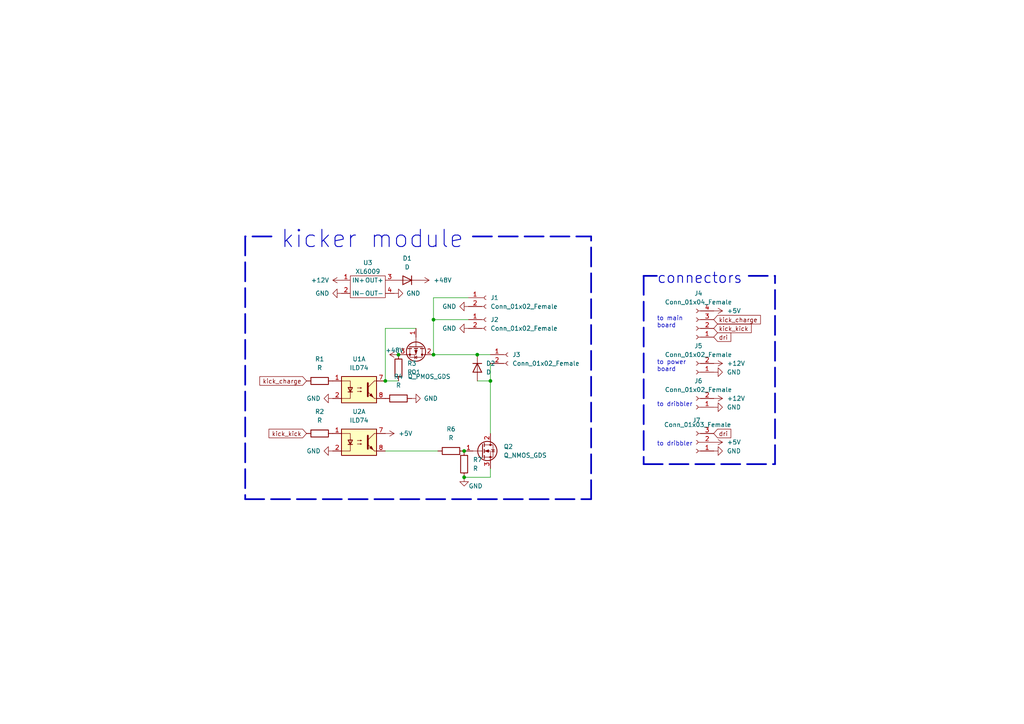
<source format=kicad_sch>
(kicad_sch (version 20211123) (generator eeschema)
  (paper "A4")
  (lib_symbols
    (symbol "Connector:Conn_01x02_Female" (pin_names (offset 1.016) hide)
      (property "Reference" "J" (at 0 2.54 0))
      (property "Value" "Conn_01x02_Female" (at 0 -5.08 0))
      (symbol "Conn_01x02_Female_1_1"
        (arc (start 0 -2.032) (mid -0.508 -2.54) (end 0 -3.048) (stroke (width 0.1524)))
        (polyline (pts (xy -1.27 -2.54) (xy -0.508 -2.54)) (stroke (width 0.1524)))
        (polyline (pts (xy -1.27 0) (xy -0.508 0)) (stroke (width 0.1524)))
        (arc (start 0 0.508) (mid -0.508 0) (end 0 -0.508) (stroke (width 0.1524)))
        (pin passive line (at -5.08 0 0) (length 3.81) (name "Pin_1") (number "1"))
        (pin passive line (at -5.08 -2.54 0) (length 3.81) (name "Pin_2") (number "2"))
      )
    )
    (symbol "Connector:Conn_01x03_Female" (pin_names (offset 1.016) hide)
      (property "Reference" "J" (at 0 5.08 0))
      (property "Value" "Conn_01x03_Female" (at 0 -5.08 0))
      (symbol "Conn_01x03_Female_1_1"
        (arc (start 0 -2.032) (mid -0.508 -2.54) (end 0 -3.048) (stroke (width 0.1524)))
        (polyline (pts (xy -1.27 -2.54) (xy -0.508 -2.54)) (stroke (width 0.1524)))
        (polyline (pts (xy -1.27 0) (xy -0.508 0)) (stroke (width 0.1524)))
        (polyline (pts (xy -1.27 2.54) (xy -0.508 2.54)) (stroke (width 0.1524)))
        (arc (start 0 0.508) (mid -0.508 0) (end 0 -0.508) (stroke (width 0.1524)))
        (arc (start 0 3.048) (mid -0.508 2.54) (end 0 2.032) (stroke (width 0.1524)))
        (pin passive line (at -5.08 2.54 0) (length 3.81) (name "Pin_1") (number "1"))
        (pin passive line (at -5.08 0 0) (length 3.81) (name "Pin_2") (number "2"))
        (pin passive line (at -5.08 -2.54 0) (length 3.81) (name "Pin_3") (number "3"))
      )
    )
    (symbol "Connector:Conn_01x04_Female" (pin_names (offset 1.016) hide)
      (property "Reference" "J" (at 0 5.08 0))
      (property "Value" "Conn_01x04_Female" (at 0 -7.62 0))
      (symbol "Conn_01x04_Female_1_1"
        (arc (start 0 -4.572) (mid -0.508 -5.08) (end 0 -5.588) (stroke (width 0.1524)))
        (arc (start 0 -2.032) (mid -0.508 -2.54) (end 0 -3.048) (stroke (width 0.1524)))
        (polyline (pts (xy -1.27 -5.08) (xy -0.508 -5.08)) (stroke (width 0.1524)))
        (polyline (pts (xy -1.27 -2.54) (xy -0.508 -2.54)) (stroke (width 0.1524)))
        (polyline (pts (xy -1.27 0) (xy -0.508 0)) (stroke (width 0.1524)))
        (polyline (pts (xy -1.27 2.54) (xy -0.508 2.54)) (stroke (width 0.1524)))
        (arc (start 0 0.508) (mid -0.508 0) (end 0 -0.508) (stroke (width 0.1524)))
        (arc (start 0 3.048) (mid -0.508 2.54) (end 0 2.032) (stroke (width 0.1524)))
        (pin passive line (at -5.08 2.54 0) (length 3.81) (name "Pin_1") (number "1"))
        (pin passive line (at -5.08 0 0) (length 3.81) (name "Pin_2") (number "2"))
        (pin passive line (at -5.08 -2.54 0) (length 3.81) (name "Pin_3") (number "3"))
        (pin passive line (at -5.08 -5.08 0) (length 3.81) (name "Pin_4") (number "4"))
      )
    )
    (symbol "Device:D" (pin_numbers hide) (pin_names (offset 1.016) hide)
      (property "Reference" "D" (at 0 2.54 0))
      (property "Value" "D" (at 0 -2.54 0))
      (symbol "D_0_1"
        (polyline (pts (xy -1.27 1.27) (xy -1.27 -1.27)) (stroke (width 0.254)))
        (polyline (pts (xy 1.27 0) (xy -1.27 0)))
        (polyline (pts (xy 1.27 1.27) (xy 1.27 -1.27) (xy -1.27 0) (xy 1.27 1.27)) (stroke (width 0.254)))
      )
      (symbol "D_1_1"
        (pin passive line (at -3.81 0 0) (length 2.54) (name "K") (number "1"))
        (pin passive line (at 3.81 0 180) (length 2.54) (name "A") (number "2"))
      )
    )
    (symbol "Device:Q_NMOS_GDS" (pin_names (offset 0) hide)
      (property "Reference" "Q" (at 5.08 1.27 0))
      (property "Value" "Q_NMOS_GDS" (at 5.08 -1.27 0))
      (symbol "Q_NMOS_GDS_0_1"
        (polyline (pts (xy 0.254 0) (xy -2.54 0)))
        (polyline (pts (xy 0.254 1.905) (xy 0.254 -1.905)) (stroke (width 0.254)))
        (polyline (pts (xy 0.762 -1.27) (xy 0.762 -2.286)) (stroke (width 0.254)))
        (polyline (pts (xy 0.762 0.508) (xy 0.762 -0.508)) (stroke (width 0.254)))
        (polyline (pts (xy 0.762 2.286) (xy 0.762 1.27)) (stroke (width 0.254)))
        (polyline (pts (xy 2.54 2.54) (xy 2.54 1.778)))
        (polyline (pts (xy 2.54 -2.54) (xy 2.54 0) (xy 0.762 0)))
        (polyline (pts (xy 0.762 -1.778) (xy 3.302 -1.778) (xy 3.302 1.778) (xy 0.762 1.778)))
        (polyline (pts (xy 1.016 0) (xy 2.032 0.381) (xy 2.032 -0.381) (xy 1.016 0)) (fill (type outline)))
        (polyline (pts (xy 2.794 0.508) (xy 2.921 0.381) (xy 3.683 0.381) (xy 3.81 0.254)))
        (polyline (pts (xy 3.302 0.381) (xy 2.921 -0.254) (xy 3.683 -0.254) (xy 3.302 0.381)))
        (circle (center 1.651 0) (radius 2.794) (stroke (width 0.254)))
        (circle (center 2.54 -1.778) (radius 0.254) (fill (type outline)))
        (circle (center 2.54 1.778) (radius 0.254) (fill (type outline)))
      )
      (symbol "Q_NMOS_GDS_1_1"
        (pin input line (at -5.08 0 0) (length 2.54) (name "G") (number "1"))
        (pin passive line (at 2.54 5.08 270) (length 2.54) (name "D") (number "2"))
        (pin passive line (at 2.54 -5.08 90) (length 2.54) (name "S") (number "3"))
      )
    )
    (symbol "Device:Q_PMOS_GDS" (pin_names (offset 0) hide)
      (property "Reference" "Q" (at 5.08 1.27 0))
      (property "Value" "Q_PMOS_GDS" (at 5.08 -1.27 0))
      (symbol "Q_PMOS_GDS_0_1"
        (polyline (pts (xy 0.254 0) (xy -2.54 0)))
        (polyline (pts (xy 0.254 1.905) (xy 0.254 -1.905)) (stroke (width 0.254)))
        (polyline (pts (xy 0.762 -1.27) (xy 0.762 -2.286)) (stroke (width 0.254)))
        (polyline (pts (xy 0.762 0.508) (xy 0.762 -0.508)) (stroke (width 0.254)))
        (polyline (pts (xy 0.762 2.286) (xy 0.762 1.27)) (stroke (width 0.254)))
        (polyline (pts (xy 2.54 2.54) (xy 2.54 1.778)))
        (polyline (pts (xy 2.54 -2.54) (xy 2.54 0) (xy 0.762 0)))
        (polyline (pts (xy 0.762 1.778) (xy 3.302 1.778) (xy 3.302 -1.778) (xy 0.762 -1.778)))
        (polyline (pts (xy 2.286 0) (xy 1.27 0.381) (xy 1.27 -0.381) (xy 2.286 0)) (fill (type outline)))
        (polyline (pts (xy 2.794 -0.508) (xy 2.921 -0.381) (xy 3.683 -0.381) (xy 3.81 -0.254)))
        (polyline (pts (xy 3.302 -0.381) (xy 2.921 0.254) (xy 3.683 0.254) (xy 3.302 -0.381)))
        (circle (center 1.651 0) (radius 2.794) (stroke (width 0.254)))
        (circle (center 2.54 -1.778) (radius 0.254) (fill (type outline)))
        (circle (center 2.54 1.778) (radius 0.254) (fill (type outline)))
      )
      (symbol "Q_PMOS_GDS_1_1"
        (pin input line (at -5.08 0 0) (length 2.54) (name "G") (number "1"))
        (pin passive line (at 2.54 5.08 270) (length 2.54) (name "D") (number "2"))
        (pin passive line (at 2.54 -5.08 90) (length 2.54) (name "S") (number "3"))
      )
    )
    (symbol "Device:R" (pin_numbers hide) (pin_names (offset 0))
      (property "Reference" "R" (at 2.032 0 90))
      (property "Value" "R" (at 0 0 90))
      (symbol "R_0_1"
        (rectangle (start -1.016 -2.54) (end 1.016 2.54) (stroke (width 0.254)))
      )
      (symbol "R_1_1"
        (pin passive line (at 0 3.81 270) (length 1.27) (name "~") (number "1"))
        (pin passive line (at 0 -3.81 90) (length 1.27) (name "~") (number "2"))
      )
    )
    (symbol "Isolator:ILD74" (pin_names (offset 1.016))
      (property "Reference" "U" (at -5.08 5.08 0))
      (property "Value" "ILD74" (at 0 5.08 0))
      (symbol "ILD74_0_1"
        (rectangle (start -5.08 3.81) (end 5.08 -3.81) (stroke (width 0.254)) (fill (type background)))
        (polyline (pts (xy -3.175 -0.635) (xy -1.905 -0.635)) (stroke (width 0.254)))
        (polyline (pts (xy 2.54 0.635) (xy 4.445 2.54)))
        (polyline (pts (xy 4.445 -2.54) (xy 2.54 -0.635)) (fill (type outline)))
        (polyline (pts (xy 4.445 -2.54) (xy 5.08 -2.54)))
        (polyline (pts (xy 4.445 2.54) (xy 5.08 2.54)))
        (polyline (pts (xy -5.08 2.54) (xy -2.54 2.54) (xy -2.54 0.635)))
        (polyline (pts (xy 2.54 1.905) (xy 2.54 -1.905) (xy 2.54 -1.905)) (stroke (width 0.508)))
        (polyline (pts (xy -2.54 -0.635) (xy -3.175 0.635) (xy -1.905 0.635) (xy -2.54 -0.635)) (stroke (width 0.254)))
        (polyline (pts (xy -2.54 -0.635) (xy -2.54 1.27) (xy -2.54 -2.54) (xy -5.08 -2.54)))
        (polyline (pts (xy -0.508 -0.508) (xy 0.762 -0.508) (xy 0.381 -0.635) (xy 0.381 -0.381) (xy 0.762 -0.508)))
        (polyline (pts (xy -0.508 0.508) (xy 0.762 0.508) (xy 0.381 0.381) (xy 0.381 0.635) (xy 0.762 0.508)))
        (polyline (pts (xy 3.048 -1.651) (xy 3.556 -1.143) (xy 4.064 -2.159) (xy 3.048 -1.651) (xy 3.048 -1.651)) (fill (type outline)))
      )
      (symbol "ILD74_1_1"
        (pin passive line (at -7.62 2.54 0) (length 2.54) (name "~") (number "1"))
        (pin passive line (at -7.62 -2.54 0) (length 2.54) (name "~") (number "2"))
        (pin passive line (at 7.62 2.54 180) (length 2.54) (name "~") (number "7"))
        (pin passive line (at 7.62 -2.54 180) (length 2.54) (name "~") (number "8"))
      )
      (symbol "ILD74_2_1"
        (pin passive line (at -7.62 -2.54 0) (length 2.54) (name "~") (number "3"))
        (pin passive line (at -7.62 2.54 0) (length 2.54) (name "~") (number "4"))
        (pin passive line (at 7.62 -2.54 180) (length 2.54) (name "~") (number "5"))
        (pin passive line (at 7.62 2.54 180) (length 2.54) (name "~") (number "6"))
      )
    )
    (symbol "XL6009:XL6009"
      (property "Reference" "U" (at 0 1.27 0))
      (property "Value" "XL6009" (at 0 -1.27 0))
      (symbol "XL6009_0_1"
        (rectangle (start -5.08 -2.54) (end 5.08 -8.89))
        (rectangle (start 19.05 6.35) (end 19.05 6.35))
      )
      (symbol "XL6009_1_1"
        (pin input line (at -7.62 -3.81 0) (length 2.54) (name "IN+") (number "1"))
        (pin input line (at -7.62 -7.62 0) (length 2.54) (name "IN-") (number "2"))
        (pin input line (at 7.62 -3.81 180) (length 2.54) (name "OUT+") (number "3"))
        (pin input line (at 7.62 -7.62 180) (length 2.54) (name "OUT-") (number "4"))
      )
    )
    (symbol "power:+12V" (power) (pin_names (offset 0))
      (property "Value" "+12V" (at 0 3.556 0))
      (symbol "+12V_0_1"
        (polyline (pts (xy -0.762 1.27) (xy 0 2.54)))
        (polyline (pts (xy 0 0) (xy 0 2.54)))
        (polyline (pts (xy 0 2.54) (xy 0.762 1.27)))
      )
      (symbol "+12V_1_1"
        (pin power_in line (at 0 0 90) (length 0) hide (name "+12V") (number "1"))
      )
    )
    (symbol "power:+48V" (power) (pin_names (offset 0))
      (property "Value" "+48V" (at 0 3.556 0))
      (symbol "+48V_0_1"
        (polyline (pts (xy -0.762 1.27) (xy 0 2.54)))
        (polyline (pts (xy 0 0) (xy 0 2.54)))
        (polyline (pts (xy 0 2.54) (xy 0.762 1.27)))
      )
      (symbol "+48V_1_1"
        (pin power_in line (at 0 0 90) (length 0) hide (name "+48V") (number "1"))
      )
    )
    (symbol "power:+5V" (power) (pin_names (offset 0))
      (property "Value" "+5V" (at 0 3.556 0))
      (symbol "+5V_0_1"
        (polyline (pts (xy -0.762 1.27) (xy 0 2.54)))
        (polyline (pts (xy 0 0) (xy 0 2.54)))
        (polyline (pts (xy 0 2.54) (xy 0.762 1.27)))
      )
      (symbol "+5V_1_1"
        (pin power_in line (at 0 0 90) (length 0) hide (name "+5V") (number "1"))
      )
    )
    (symbol "power:GND" (power) (pin_names (offset 0))
      (property "Value" "GND" (at 0 -3.81 0))
      (symbol "GND_0_1"
        (polyline (pts (xy 0 0) (xy 0 -1.27) (xy 1.27 -1.27) (xy 0 -2.54) (xy -1.27 -1.27) (xy 0 -1.27)))
      )
      (symbol "GND_1_1"
        (pin power_in line (at 0 0 270) (length 0) hide (name "GND") (number "1"))
      )
    )
  )
  (junction (at 111.76 110.49))
  (junction (at 125.73 102.87))
  (junction (at 138.43 102.87))
  (junction (at 134.62 138.43))
  (junction (at 142.24 110.49))
  (junction (at 115.57 102.87))
  (junction (at 134.62 130.81))
  (junction (at 125.73 92.71))
  (wire (pts (xy 125.73 92.71) (xy 125.73 102.87)))
  (wire (pts (xy 111.76 95.25) (xy 111.76 110.49)))
  (wire (pts (xy 127 130.81) (xy 111.76 130.81)))
  (polyline (pts (xy 137.16 68.58) (xy 171.45 68.58)) (stroke (width 0.5)))
  (polyline (pts (xy 186.69 80.01) (xy 186.69 134.62)) (stroke (width 0.5)))
  (wire (pts (xy 142.24 125.73) (xy 142.24 110.49)))
  (wire (pts (xy 120.65 95.25) (xy 111.76 95.25)))
  (polyline (pts (xy 224.79 134.62) (xy 224.79 80.01)) (stroke (width 0.5)))
  (polyline (pts (xy 217.17 80.01) (xy 224.79 80.01)) (stroke (width 0.5)))
  (polyline (pts (xy 190.5 80.01) (xy 186.69 80.01)) (stroke (width 0.5)))
  (wire (pts (xy 125.73 92.71) (xy 135.89 92.71)))
  (wire (pts (xy 142.24 110.49) (xy 142.24 105.41)))
  (wire (pts (xy 138.43 110.49) (xy 142.24 110.49)))
  (polyline (pts (xy 71.12 68.58) (xy 71.12 144.78)) (stroke (width 0.5)))
  (wire (pts (xy 135.89 86.36) (xy 125.73 86.36)))
  (wire (pts (xy 125.73 86.36) (xy 125.73 92.71)))
  (wire (pts (xy 115.57 110.49) (xy 111.76 110.49)))
  (polyline (pts (xy 186.69 134.62) (xy 224.79 134.62)) (stroke (width 0.5)))
  (wire (pts (xy 142.24 102.87) (xy 138.43 102.87)))
  (wire (pts (xy 138.43 102.87) (xy 125.73 102.87)))
  (polyline (pts (xy 71.12 144.78) (xy 171.45 144.78)) (stroke (width 0.5)))
  (polyline (pts (xy 171.45 144.78) (xy 171.45 68.58)) (stroke (width 0.5)))
  (wire (pts (xy 142.24 138.43) (xy 142.24 135.89)))
  (wire (pts (xy 134.62 138.43) (xy 142.24 138.43)))
  (polyline (pts (xy 78.74 68.58) (xy 71.12 68.58)) (stroke (width 0.5)))
  (text "to dribbler" (at 190.5 129.54 0) (effects (font (size 1.27 1.27)) (justify left bottom)))
  (text "kicker module" (at 81.28 72.39 0) (effects (font (size 5 5) (thickness 0.254) bold) (justify left bottom)))
  (text "to main\nboard" (at 190.5 95.25 0) (effects (font (size 1.27 1.27)) (justify left bottom)))
  (text "connectors" (at 190.5 82.55 0) (effects (font (size 3 3) (thickness 0.254) bold) (justify left bottom)))
  (text "to dribbler" (at 190.5 118.11 0) (effects (font (size 1.27 1.27)) (justify left bottom)))
  (text "to power\nboard" (at 190.5 107.95 0) (effects (font (size 1.27 1.27)) (justify left bottom)))
  (global_label "kick_charge" (shape input) (at 207.01 92.71 0) (property "Intersheet References" "${INTERSHEET_REFS}" (effects hide)))
  (global_label "kick_kick" (shape input) (at 207.01 95.25 0) (property "Intersheet References" "${INTERSHEET_REFS}" (effects hide)))
  (global_label "dri" (shape input) (at 207.01 125.73 0) (property "Intersheet References" "${INTERSHEET_REFS}" (effects hide)))
  (global_label "kick_kick" (shape input) (at 88.9 125.73 180) (property "Intersheet References" "${INTERSHEET_REFS}" (effects hide)))
  (global_label "dri" (shape input) (at 207.01 97.79 0) (property "Intersheet References" "${INTERSHEET_REFS}" (effects hide)))
  (global_label "kick_charge" (shape input) (at 88.9 110.49 180) (property "Intersheet References" "${INTERSHEET_REFS}" (effects hide)))
  (symbol (lib_id "power:+5V") (at 207.01 128.27 270) (unit 1)
    (property "Reference" "#PWR0114" (effects hide))
    (property "Value" "+5V" (at 210.82 128.2699 90) (effects (justify left)))
  )
  (symbol (lib_id "power:GND") (at 135.89 88.9 270) (unit 1)
    (property "Reference" "#PWR0104" (effects hide))
    (property "Value" "GND" (at 128.27 88.9 90) (effects (justify left)))
  )
  (symbol (lib_id "Device:Q_NMOS_GDS") (at 139.7 130.81 0) (unit 1)
    (property "Reference" "Q2" (at 146.05 129.5399 0) (effects (justify left)))
    (property "Value" "Q_NMOS_GDS" (at 146.05 132.0799 0) (effects (justify left)))
    (property "Footprint" "KiCAD_library:Pch MOSFET" (effects hide))
  )
  (symbol (lib_id "Device:R") (at 92.71 125.73 90) (unit 1)
    (property "Reference" "R2" (at 92.71 119.38 90))
    (property "Value" "R" (at 92.71 121.92 90))
    (property "Footprint" "Resistor_THT:R_Axial_DIN0207_L6.3mm_D2.5mm_P7.62mm_Horizontal" (effects hide))
  )
  (symbol (lib_id "power:GND") (at 207.01 130.81 90) (unit 1)
    (property "Reference" "#PWR0115" (effects hide))
    (property "Value" "GND" (at 210.82 130.8099 90) (effects (justify right)))
  )
  (symbol (lib_id "Device:R") (at 115.57 106.68 180) (unit 1)
    (property "Reference" "R3" (at 118.11 105.4099 0) (effects (justify right)))
    (property "Value" "R" (at 118.11 107.9499 0) (effects (justify right)))
    (property "Footprint" "Resistor_THT:R_Axial_DIN0207_L6.3mm_D2.5mm_P7.62mm_Horizontal" (effects hide))
  )
  (symbol (lib_id "power:GND") (at 207.01 118.11 90) (unit 1)
    (property "Reference" "#PWR0113" (effects hide))
    (property "Value" "GND" (at 210.82 118.1099 90) (effects (justify right)))
  )
  (symbol (lib_id "Device:R") (at 130.81 130.81 90) (unit 1)
    (property "Reference" "R6" (at 130.81 124.46 90))
    (property "Value" "R" (at 130.81 127 90))
    (property "Footprint" "Resistor_THT:R_Axial_DIN0207_L6.3mm_D2.5mm_P7.62mm_Horizontal" (effects hide))
  )
  (symbol (lib_id "power:+12V") (at 207.01 105.41 270) (unit 1)
    (property "Reference" "#PWR0119" (effects hide))
    (property "Value" "+12V" (at 210.82 105.4099 90) (effects (justify left)))
  )
  (symbol (lib_id "power:+5V") (at 207.01 90.17 270) (unit 1)
    (property "Reference" "#PWR0117" (effects hide))
    (property "Value" "+5V" (at 210.82 90.1699 90) (effects (justify left)))
  )
  (symbol (lib_id "Connector:Conn_01x02_Female") (at 140.97 92.71 0) (unit 1)
    (property "Reference" "J2" (at 142.24 92.7099 0) (effects (justify left)))
    (property "Value" "Conn_01x02_Female" (at 142.24 95.2499 0) (effects (justify left)))
    (property "Footprint" "Connector_JST:JST_XH_B2B-XH-A_1x02_P2.50mm_Vertical" (effects hide))
  )
  (symbol (lib_id "power:+48V") (at 121.92 81.28 270) (unit 1)
    (property "Reference" "#PWR0108" (effects hide))
    (property "Value" "+48V" (at 125.73 81.2799 90) (effects (justify left)))
  )
  (symbol (lib_id "power:+5V") (at 111.76 125.73 270) (unit 1)
    (property "Reference" "#PWR0111" (effects hide))
    (property "Value" "+5V" (at 115.57 125.7299 90) (effects (justify left)))
  )
  (symbol (lib_id "Isolator:ILD74") (at 104.14 128.27 0) (unit 1)
    (property "Reference" "U2" (at 104.14 119.38 0))
    (property "Value" "ILD74" (at 104.14 121.92 0))
    (property "Footprint" "KiCAD_library:フォトカプラー" (effects hide))
    (property "Datasheet" "https://www.vishay.com/docs/83640/ild74.pdf" (effects hide))
  )
  (symbol (lib_id "power:GND") (at 134.62 138.43 0) (unit 1)
    (property "Reference" "#PWR0112" (effects hide))
    (property "Value" "GND" (at 135.89 140.97 0) (effects (justify left)))
  )
  (symbol (lib_id "power:GND") (at 96.52 115.57 270) (unit 1)
    (property "Reference" "#PWR0105" (effects hide))
    (property "Value" "GND" (at 88.9 115.57 90) (effects (justify left)))
  )
  (symbol (lib_id "Connector:Conn_01x02_Female") (at 201.93 118.11 180) (unit 1)
    (property "Reference" "J6" (at 202.565 110.49 0))
    (property "Value" "Conn_01x02_Female" (at 202.565 113.03 0))
    (property "Footprint" "Connector_JST:JST_XH_B2B-XH-A_1x02_P2.50mm_Vertical" (effects hide))
  )
  (symbol (lib_id "Device:R") (at 92.71 110.49 90) (unit 1)
    (property "Reference" "R1" (at 92.71 104.14 90))
    (property "Value" "R" (at 92.71 106.68 90))
    (property "Footprint" "Resistor_THT:R_Axial_DIN0207_L6.3mm_D2.5mm_P7.62mm_Horizontal" (effects hide))
  )
  (symbol (lib_id "power:GND") (at 99.06 85.09 270) (unit 1)
    (property "Reference" "#PWR0110" (effects hide))
    (property "Value" "GND" (at 91.44 85.09 90) (effects (justify left)))
  )
  (symbol (lib_id "Device:R") (at 134.62 134.62 180) (unit 1)
    (property "Reference" "R7" (at 137.16 133.3499 0) (effects (justify right)))
    (property "Value" "R" (at 137.16 135.8899 0) (effects (justify right)))
    (property "Footprint" "Resistor_THT:R_Axial_DIN0207_L6.3mm_D2.5mm_P7.62mm_Horizontal" (effects hide))
  )
  (symbol (lib_id "Connector:Conn_01x02_Female") (at 140.97 86.36 0) (unit 1)
    (property "Reference" "J1" (at 142.24 86.3599 0) (effects (justify left)))
    (property "Value" "Conn_01x02_Female" (at 142.24 88.8999 0) (effects (justify left)))
    (property "Footprint" "Connector_JST:JST_XH_B2B-XH-A_1x02_P2.50mm_Vertical" (effects hide))
  )
  (symbol (lib_id "power:GND") (at 114.3 85.09 90) (unit 1)
    (property "Reference" "#PWR0107" (effects hide))
    (property "Value" "GND" (at 121.92 85.09 90) (effects (justify left)))
  )
  (symbol (lib_id "power:GND") (at 135.89 95.25 270) (unit 1)
    (property "Reference" "#PWR0103" (effects hide))
    (property "Value" "GND" (at 128.27 95.25 90) (effects (justify left)))
  )
  (symbol (lib_id "Isolator:ILD74") (at 104.14 113.03 0) (unit 1)
    (property "Reference" "U1" (at 104.14 104.14 0))
    (property "Value" "ILD74" (at 104.14 106.68 0))
    (property "Footprint" "KiCAD_library:フォトカプラー" (effects hide))
    (property "Datasheet" "https://www.vishay.com/docs/83640/ild74.pdf" (effects hide))
  )
  (symbol (lib_id "Connector:Conn_01x02_Female") (at 201.93 107.95 180) (unit 1)
    (property "Reference" "J5" (at 202.565 100.33 0))
    (property "Value" "Conn_01x02_Female" (at 202.565 102.87 0))
    (property "Footprint" "Connector_JST:JST_XH_B2B-XH-A_1x02_P2.50mm_Vertical" (effects hide))
  )
  (symbol (lib_id "power:GND") (at 207.01 107.95 90) (unit 1)
    (property "Reference" "#PWR0118" (effects hide))
    (property "Value" "GND" (at 210.82 107.9499 90) (effects (justify right)))
  )
  (symbol (lib_id "Device:D") (at 118.11 81.28 180) (unit 1)
    (property "Reference" "D1" (at 118.11 74.93 0))
    (property "Value" "D" (at 118.11 77.47 0))
    (property "Footprint" "Diode_THT:D_5W_P12.70mm_Horizontal" (effects hide))
  )
  (symbol (lib_id "power:+48V") (at 115.57 102.87 90) (unit 1)
    (property "Reference" "#PWR0101" (effects hide))
    (property "Value" "+48V" (at 111.76 101.6 90) (effects (justify right)))
  )
  (symbol (lib_id "Device:D") (at 138.43 106.68 270) (unit 1)
    (property "Reference" "D2" (at 140.97 105.4099 90) (effects (justify left)))
    (property "Value" "D" (at 140.97 107.9499 90) (effects (justify left)))
    (property "Footprint" "Diode_THT:D_5W_P12.70mm_Horizontal" (effects hide))
  )
  (symbol (lib_id "power:+12V") (at 99.06 81.28 90) (unit 1)
    (property "Reference" "#PWR0109" (effects hide))
    (property "Value" "+12V" (at 90.17 81.28 90) (effects (justify right)))
  )
  (symbol (lib_id "Connector:Conn_01x04_Female") (at 201.93 95.25 180) (unit 1)
    (property "Reference" "J4" (at 202.565 85.09 0))
    (property "Value" "Conn_01x04_Female" (at 202.565 87.63 0))
    (property "Footprint" "Connector_JST:JST_XH_B4B-XH-A_1x04_P2.50mm_Vertical" (effects hide))
  )
  (symbol (lib_id "power:GND") (at 119.38 115.57 90) (unit 1)
    (property "Reference" "#PWR0102" (effects hide))
    (property "Value" "GND" (at 127 115.57 90) (effects (justify left)))
  )
  (symbol (lib_id "Connector:Conn_01x03_Female") (at 201.93 128.27 180) (unit 1)
    (property "Reference" "J7" (at 203.2 121.92 0) (effects (justify left)))
    (property "Value" "Conn_01x03_Female" (at 212.09 123.19 0) (effects (justify left)))
    (property "Footprint" "Connector_JST:JST_XH_B3B-XH-A_1x03_P2.50mm_Vertical" (effects hide))
  )
  (symbol (lib_id "Connector:Conn_01x02_Female") (at 147.32 102.87 0) (unit 1)
    (property "Reference" "J3" (at 148.59 102.8699 0) (effects (justify left)))
    (property "Value" "Conn_01x02_Female" (at 148.59 105.4099 0) (effects (justify left)))
    (property "Footprint" "Connector_JST:JST_XH_B2B-XH-A_1x02_P2.50mm_Vertical" (effects hide))
  )
  (symbol (lib_id "Device:R") (at 115.57 115.57 90) (unit 1)
    (property "Reference" "R4" (at 115.57 109.22 90))
    (property "Value" "R" (at 115.57 111.76 90))
    (property "Footprint" "Resistor_THT:R_Axial_DIN0207_L6.3mm_D2.5mm_P7.62mm_Horizontal" (effects hide))
  )
  (symbol (lib_id "power:GND") (at 96.52 130.81 270) (unit 1)
    (property "Reference" "#PWR0106" (effects hide))
    (property "Value" "GND" (at 88.9 130.81 90) (effects (justify left)))
  )
  (symbol (lib_id "power:+12V") (at 207.01 115.57 270) (unit 1)
    (property "Reference" "#PWR0116" (effects hide))
    (property "Value" "+12V" (at 210.82 115.5699 90) (effects (justify left)))
  )
  (symbol (lib_id "XL6009:XL6009") (at 106.68 77.47 0) (unit 1)
    (property "Reference" "U3" (at 106.68 76.2 0))
    (property "Value" "XL6009" (at 106.68 78.74 0))
    (property "Footprint" "XL6009:XL6009" (effects hide))
  )
  (symbol (lib_id "Device:Q_PMOS_GDS") (at 120.65 100.33 270) (unit 1)
    (property "Reference" "Q1" (at 120.65 107.95 90))
    (property "Value" "Q_PMOS_GDS" (at 124.46 109.22 90))
    (property "Footprint" "KiCAD_library:Pch MOSFET" (effects hide))
  )
)
</source>
